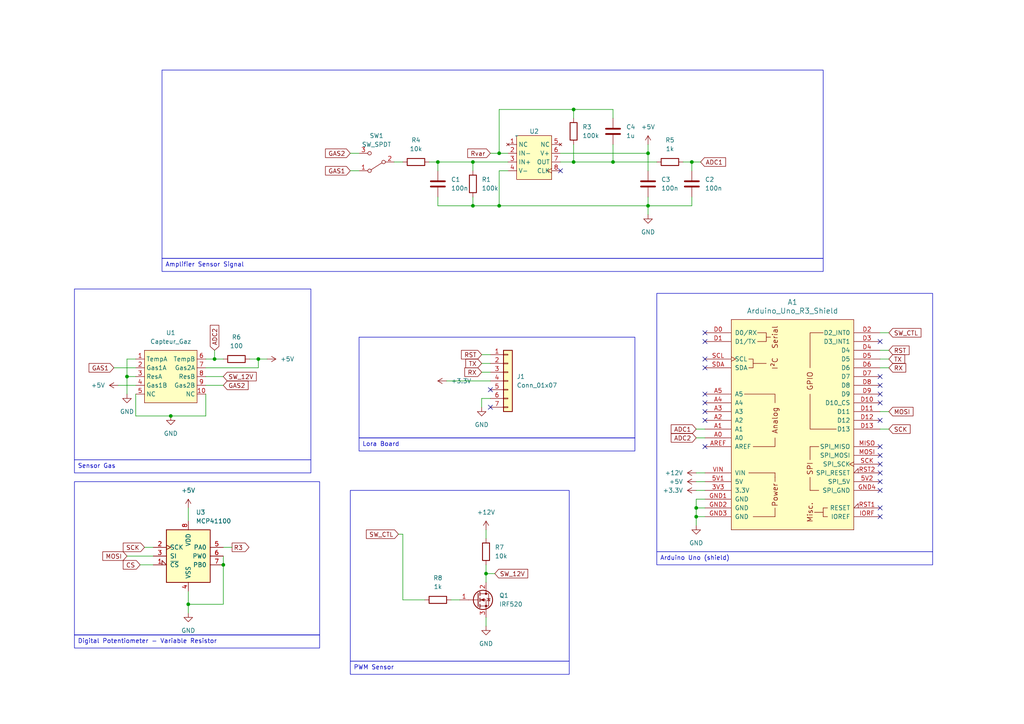
<source format=kicad_sch>
(kicad_sch (version 20230121) (generator eeschema)
  (paper "A4")
  (title_block (title "Gas Sensor Shield ") (date "15-01-2024") (rev "1.0") (company "INSA Toulouse") (comment 1 "GEII 5ISS"))
  (lib_symbols
    (symbol "+5V_2" (power) (pin_names (offset 0))
      (property "Value" "+5V_2" (at 0 3.556 0))
      (symbol "+5V_2_0_1"
        (polyline (pts (xy -0.762 1.27) (xy 0 2.54)))
        (polyline (pts (xy 0 0) (xy 0 2.54)))
        (polyline (pts (xy 0 2.54) (xy 0.762 1.27)))
      )
      (symbol "+5V_2_1_1"
        (pin power_in line (at 0 0 90) (length 0) hide (name "+5V") (number "1"))
      )
    )
    (symbol "Connector_Generic:Conn_01x07" (pin_names (offset 1.016) hide)
      (property "Reference" "J" (at 0 10.16 0))
      (property "Value" "Conn_01x07" (at 0 -10.16 0))
      (symbol "Conn_01x07_1_1"
        (rectangle (start -1.27 -7.493) (end 0 -7.747) (stroke (width 0.1524)))
        (rectangle (start -1.27 -4.953) (end 0 -5.207) (stroke (width 0.1524)))
        (rectangle (start -1.27 -2.413) (end 0 -2.667) (stroke (width 0.1524)))
        (rectangle (start -1.27 0.127) (end 0 -0.127) (stroke (width 0.1524)))
        (rectangle (start -1.27 2.667) (end 0 2.413) (stroke (width 0.1524)))
        (rectangle (start -1.27 5.207) (end 0 4.953) (stroke (width 0.1524)))
        (rectangle (start -1.27 7.747) (end 0 7.493) (stroke (width 0.1524)))
        (rectangle (start -1.27 8.89) (end 1.27 -8.89) (stroke (width 0.254)) (fill (type background)))
        (pin passive line (at -5.08 7.62 0) (length 3.81) (name "Pin_1") (number "1"))
        (pin passive line (at -5.08 5.08 0) (length 3.81) (name "Pin_2") (number "2"))
        (pin passive line (at -5.08 2.54 0) (length 3.81) (name "Pin_3") (number "3"))
        (pin passive line (at -5.08 0 0) (length 3.81) (name "Pin_4") (number "4"))
        (pin passive line (at -5.08 -2.54 0) (length 3.81) (name "Pin_5") (number "5"))
        (pin passive line (at -5.08 -5.08 0) (length 3.81) (name "Pin_6") (number "6"))
        (pin passive line (at -5.08 -7.62 0) (length 3.81) (name "Pin_7") (number "7"))
      )
    )
    (symbol "Device:C" (pin_numbers hide) (pin_names (offset 0.254))
      (property "Reference" "C" (at 0.635 2.54 0))
      (property "Value" "C" (at 0.635 -2.54 0))
      (symbol "C_0_1"
        (polyline (pts (xy -2.032 -0.762) (xy 2.032 -0.762)) (stroke (width 0.508)))
        (polyline (pts (xy -2.032 0.762) (xy 2.032 0.762)) (stroke (width 0.508)))
      )
      (symbol "C_1_1"
        (pin passive line (at 0 3.81 270) (length 2.794) (name "~") (number "1"))
        (pin passive line (at 0 -3.81 90) (length 2.794) (name "~") (number "2"))
      )
    )
    (symbol "Device:R" (pin_numbers hide) (pin_names (offset 0))
      (property "Reference" "R" (at 2.032 0 90))
      (property "Value" "R" (at 0 0 90))
      (symbol "R_0_1"
        (rectangle (start -1.016 -2.54) (end 1.016 2.54) (stroke (width 0.254)))
      )
      (symbol "R_1_1"
        (pin passive line (at 0 3.81 270) (length 1.27) (name "~") (number "1"))
        (pin passive line (at 0 -3.81 90) (length 1.27) (name "~") (number "2"))
      )
    )
    (symbol "GND_2" (power) (pin_names (offset 0))
      (property "Value" "GND_2" (at 0 -3.81 0))
      (symbol "GND_2_0_1"
        (polyline (pts (xy 0 0) (xy 0 -1.27) (xy 1.27 -1.27) (xy 0 -2.54) (xy -1.27 -1.27) (xy 0 -1.27)))
      )
      (symbol "GND_2_1_1"
        (pin power_in line (at 0 0 270) (length 0) hide (name "GND") (number "1"))
      )
    )
    (symbol "Gas:LTC1050"
      (property "Reference" "U" (at 5.08 1.27 0))
      (property "Footprint" "Package_DIP:DIP-8_W7.62mm" (at 5.08 -13.97 0))
      (symbol "LTC1050_1_1"
        (rectangle (start 0 0) (end 10.16 -12.7) (fill (type background)))
        (pin no_connect line (at -2.54 -2.54 0) (length 2.54) (name "NC") (number "1"))
        (pin input line (at -2.54 -5.08 0) (length 2.54) (name "IN-") (number "2"))
        (pin input line (at -2.54 -7.62 0) (length 2.54) (name "IN+") (number "3"))
        (pin power_in line (at -2.54 -10.16 0) (length 2.54) (name "V-") (number "4"))
        (pin no_connect line (at 12.7 -2.54 180) (length 2.54) (name "NC") (number "5"))
        (pin power_in line (at 12.7 -5.08 180) (length 2.54) (name "V+") (number "6"))
        (pin power_in line (at 12.7 -7.62 180) (length 2.54) (name "OUT") (number "7"))
        (pin input clock (at 12.7 -10.16 180) (length 2.54) (name "CLK") (number "8"))
      )
    )
    (symbol "Gas:gas_sensor"
      (property "Reference" "U" (at 7.62 1.27 0))
      (property "Footprint" "Package_TO_SOT_THT:TO-5-10" (at 7.62 -16.51 0))
      (symbol "gas_sensor_1_1"
        (rectangle (start 0 0) (end 15.24 -15.24) (fill (type background)))
        (pin output line (at -2.54 -2.54 0) (length 2.54) (name "TempA") (number "1"))
        (pin bidirectional line (at 17.78 -12.7 180) (length 2.54) (name "NC") (number "10"))
        (pin output line (at -2.54 -5.08 0) (length 2.54) (name "Gas1A") (number "2"))
        (pin input line (at -2.54 -7.62 0) (length 2.54) (name "ResA") (number "3"))
        (pin output line (at -2.54 -10.16 0) (length 2.54) (name "Gas1B") (number "4"))
        (pin bidirectional line (at -2.54 -12.7 0) (length 2.54) (name "NC") (number "5"))
        (pin output line (at 17.78 -2.54 180) (length 2.54) (name "TempB") (number "6"))
        (pin output line (at 17.78 -5.08 180) (length 2.54) (name "Gas2A") (number "7"))
        (pin input line (at 17.78 -7.62 180) (length 2.54) (name "ResB") (number "8"))
        (pin output line (at 17.78 -10.16 180) (length 2.54) (name "Gas2B") (number "9"))
      )
    )
    (symbol "PCM_arduino-library:Arduino_Uno_R3_Shield" (pin_names (offset 1.016))
      (property "Reference" "A" (at 0 36.83 0))
      (property "Value" "Arduino_Uno_R3_Shield" (at 0 33.02 0))
      (symbol "Arduino_Uno_R3_Shield_0_0"
        (rectangle (start -17.78 30.48) (end 17.78 -30.48) (fill (type background)))
        (rectangle (start -12.7 -13.97) (end -5.08 -13.97))
        (rectangle (start -11.43 -26.67) (end -5.08 -26.67))
        (polyline (pts (xy -11.43 17.78) (xy -7.62 17.78)))
        (polyline (pts (xy -7.62 25.4) (xy -6.35 25.4)))
        (polyline (pts (xy -5.08 -26.67) (xy -5.08 -24.13)))
        (polyline (pts (xy -5.08 -15.24) (xy -5.08 -16.51)))
        (polyline (pts (xy -5.08 -13.97) (xy -5.08 -15.24)))
        (polyline (pts (xy -5.08 -3.81) (xy -5.08 -6.35) (xy -11.43 -6.35)))
        (polyline (pts (xy -5.08 6.35) (xy -5.08 8.89) (xy -13.97 8.89)))
        (polyline (pts (xy 5.08 8.89) (xy 5.08 -1.27) (xy 12.7 -1.27)))
        (polyline (pts (xy 5.08 16.51) (xy 5.08 26.67) (xy 8.89 26.67)))
        (polyline (pts (xy -12.7 19.05) (xy -11.43 19.05) (xy -11.43 16.51) (xy -12.7 16.51)))
        (polyline (pts (xy -10.16 26.67) (xy -7.62 26.67) (xy -7.62 24.13) (xy -10.16 24.13)))
        (rectangle (start 5.08 -19.05) (end 5.08 -15.24))
        (rectangle (start 5.08 -19.05) (end 7.62 -19.05))
        (rectangle (start 5.08 -10.16) (end 5.08 -6.35))
        (rectangle (start 7.62 -6.35) (end 5.08 -6.35))
        (rectangle (start 8.89 -25.4) (end 6.35 -25.4))
        (rectangle (start 8.89 -24.13) (end 8.89 -26.67))
        (rectangle (start 10.16 -26.67) (end 8.89 -26.67))
        (rectangle (start 10.16 -24.13) (end 8.89 -24.13))
        (text "Analog" (at -5.08 1.27 900) (effects (font (size 1.524 1.524))))
        (text "I²C" (at -5.08 17.78 900) (effects (font (size 1.524 1.524))))
        (text "Misc." (at 5.08 -25.4 900) (effects (font (size 1.524 1.524))))
        (text "Power" (at -5.08 -20.32 900) (effects (font (size 1.524 1.524))))
        (text "Serial" (at -5.08 25.4 900) (effects (font (size 1.524 1.524))))
        (text "SPI" (at 5.08 -12.7 900) (effects (font (size 1.524 1.524))))
      )
      (symbol "Arduino_Uno_R3_Shield_1_0"
        (text "GPIO" (at 5.08 12.7 900) (effects (font (size 1.524 1.524))))
      )
      (symbol "Arduino_Uno_R3_Shield_1_1"
        (pin power_out line (at -25.4 -19.05 0) (length 7.62) (name "3.3V") (number "3V3"))
        (pin power_in line (at -25.4 -16.51 0) (length 7.62) (name "5V") (number "5V1"))
        (pin power_in line (at 25.4 -16.51 180) (length 7.62) (name "SPI_5V") (number "5V2"))
        (pin bidirectional line (at -25.4 -3.81 0) (length 7.62) (name "A0") (number "A0"))
        (pin bidirectional line (at -25.4 -1.27 0) (length 7.62) (name "A1") (number "A1"))
        (pin bidirectional line (at -25.4 1.27 0) (length 7.62) (name "A2") (number "A2"))
        (pin bidirectional line (at -25.4 3.81 0) (length 7.62) (name "A3") (number "A3"))
        (pin bidirectional line (at -25.4 6.35 0) (length 7.62) (name "A4") (number "A4"))
        (pin bidirectional line (at -25.4 8.89 0) (length 7.62) (name "A5") (number "A5"))
        (pin input line (at -25.4 -6.35 0) (length 7.62) (name "AREF") (number "AREF"))
        (pin bidirectional line (at -25.4 26.67 0) (length 7.62) (name "D0/RX") (number "D0"))
        (pin bidirectional line (at -25.4 24.13 0) (length 7.62) (name "D1/TX") (number "D1"))
        (pin bidirectional line (at 25.4 6.35 180) (length 7.62) (name "D10_CS") (number "D10"))
        (pin bidirectional line (at 25.4 3.81 180) (length 7.62) (name "D11") (number "D11"))
        (pin bidirectional line (at 25.4 1.27 180) (length 7.62) (name "D12") (number "D12"))
        (pin bidirectional line (at 25.4 -1.27 180) (length 7.62) (name "D13") (number "D13"))
        (pin bidirectional line (at 25.4 26.67 180) (length 7.62) (name "D2_INT0") (number "D2"))
        (pin bidirectional line (at 25.4 24.13 180) (length 7.62) (name "D3_INT1") (number "D3"))
        (pin bidirectional line (at 25.4 21.59 180) (length 7.62) (name "D4") (number "D4"))
        (pin bidirectional line (at 25.4 19.05 180) (length 7.62) (name "D5") (number "D5"))
        (pin bidirectional line (at 25.4 16.51 180) (length 7.62) (name "D6") (number "D6"))
        (pin bidirectional line (at 25.4 13.97 180) (length 7.62) (name "D7") (number "D7"))
        (pin bidirectional line (at 25.4 11.43 180) (length 7.62) (name "D8") (number "D8"))
        (pin bidirectional line (at 25.4 8.89 180) (length 7.62) (name "D9") (number "D9"))
        (pin power_in line (at -25.4 -21.59 0) (length 7.62) (name "GND") (number "GND1"))
        (pin power_in line (at -25.4 -24.13 0) (length 7.62) (name "GND") (number "GND2"))
        (pin power_in line (at -25.4 -26.67 0) (length 7.62) (name "GND") (number "GND3"))
        (pin power_in line (at 25.4 -19.05 180) (length 7.62) (name "SPI_GND") (number "GND4"))
        (pin output line (at 25.4 -26.67 180) (length 7.62) (name "IOREF") (number "IORF"))
        (pin input line (at 25.4 -6.35 180) (length 7.62) (name "SPI_MISO") (number "MISO"))
        (pin output line (at 25.4 -8.89 180) (length 7.62) (name "SPI_MOSI") (number "MOSI"))
        (pin open_collector input_low (at 25.4 -24.13 180) (length 7.62) (name "RESET") (number "RST1"))
        (pin open_collector input_low (at 25.4 -13.97 180) (length 7.62) (name "SPI_RESET") (number "RST2"))
        (pin output clock (at 25.4 -11.43 180) (length 7.62) (name "SPI_SCK") (number "SCK"))
        (pin bidirectional clock (at -25.4 19.05 0) (length 7.62) (name "SCL") (number "SCL"))
        (pin bidirectional line (at -25.4 16.51 0) (length 7.62) (name "SDA") (number "SDA"))
        (pin power_in line (at -25.4 -13.97 0) (length 7.62) (name "VIN") (number "VIN"))
      )
    )
    (symbol "Potentiometer_Digital:MCP41100" (pin_names (offset 1.016))
      (property "Reference" "U" (at -6.35 8.89 0))
      (property "Value" "MCP41100" (at 1.27 8.89 0))
      (symbol "MCP41100_0_1"
        (rectangle (start -6.35 7.62) (end 6.35 -7.62) (stroke (width 0.254)) (fill (type background)))
      )
      (symbol "MCP41100_1_1"
        (pin input input_low (at -10.16 -2.54 0) (length 3.81) (name "~{CS}") (number "1"))
        (pin passive clock (at -10.16 2.54 0) (length 3.81) (name "SCK") (number "2"))
        (pin input line (at -10.16 0 0) (length 3.81) (name "SI") (number "3"))
        (pin power_in line (at 0 -10.16 90) (length 2.54) (name "VSS") (number "4"))
        (pin passive line (at 10.16 2.54 180) (length 3.81) (name "PA0") (number "5"))
        (pin passive line (at 10.16 0 180) (length 3.81) (name "PW0") (number "6"))
        (pin passive line (at 10.16 -2.54 180) (length 3.81) (name "PB0") (number "7"))
        (pin power_in line (at 0 10.16 270) (length 2.54) (name "VDD") (number "8"))
      )
    )
    (symbol "Switch:SW_SPDT" (pin_names (offset 0) hide)
      (property "Reference" "SW" (at 0 4.318 0))
      (property "Value" "SW_SPDT" (at 0 -5.08 0))
      (symbol "SW_SPDT_0_0"
        (circle (center -2.032 0) (radius 0.508))
        (circle (center 2.032 -2.54) (radius 0.508))
      )
      (symbol "SW_SPDT_0_1"
        (polyline (pts (xy -1.524 0.254) (xy 1.651 2.286)))
        (circle (center 2.032 2.54) (radius 0.508))
      )
      (symbol "SW_SPDT_1_1"
        (pin passive line (at 5.08 2.54 180) (length 2.54) (name "A") (number "1"))
        (pin passive line (at -5.08 0 0) (length 2.54) (name "B") (number "2"))
        (pin passive line (at 5.08 -2.54 180) (length 2.54) (name "C") (number "3"))
      )
    )
    (symbol "Transistor_FET:IRF540N" (pin_names hide)
      (property "Reference" "Q" (at 6.35 1.905 0))
      (property "Value" "IRF540N" (at 6.35 0 0))
      (symbol "IRF540N_0_1"
        (polyline (pts (xy 0.254 0) (xy -2.54 0)))
        (polyline (pts (xy 0.254 1.905) (xy 0.254 -1.905)) (stroke (width 0.254)))
        (polyline (pts (xy 0.762 -1.27) (xy 0.762 -2.286)) (stroke (width 0.254)))
        (polyline (pts (xy 0.762 0.508) (xy 0.762 -0.508)) (stroke (width 0.254)))
        (polyline (pts (xy 0.762 2.286) (xy 0.762 1.27)) (stroke (width 0.254)))
        (polyline (pts (xy 2.54 2.54) (xy 2.54 1.778)))
        (polyline (pts (xy 2.54 -2.54) (xy 2.54 0) (xy 0.762 0)))
        (polyline (pts (xy 0.762 -1.778) (xy 3.302 -1.778) (xy 3.302 1.778) (xy 0.762 1.778)))
        (polyline (pts (xy 1.016 0) (xy 2.032 0.381) (xy 2.032 -0.381) (xy 1.016 0)) (fill (type outline)))
        (polyline (pts (xy 2.794 0.508) (xy 2.921 0.381) (xy 3.683 0.381) (xy 3.81 0.254)))
        (polyline (pts (xy 3.302 0.381) (xy 2.921 -0.254) (xy 3.683 -0.254) (xy 3.302 0.381)))
        (circle (center 1.651 0) (radius 2.794) (stroke (width 0.254)))
        (circle (center 2.54 -1.778) (radius 0.254) (fill (type outline)))
        (circle (center 2.54 1.778) (radius 0.254) (fill (type outline)))
      )
      (symbol "IRF540N_1_1"
        (pin input line (at -5.08 0 0) (length 2.54) (name "G") (number "1"))
        (pin passive line (at 2.54 5.08 270) (length 2.54) (name "D") (number "2"))
        (pin passive line (at 2.54 -5.08 90) (length 2.54) (name "S") (number "3"))
      )
    )
    (symbol "power:+12V" (power) (pin_names (offset 0))
      (property "Value" "+12V" (at 0 3.556 0))
      (symbol "+12V_0_1"
        (polyline (pts (xy -0.762 1.27) (xy 0 2.54)))
        (polyline (pts (xy 0 0) (xy 0 2.54)))
        (polyline (pts (xy 0 2.54) (xy 0.762 1.27)))
      )
      (symbol "+12V_1_1"
        (pin power_in line (at 0 0 90) (length 0) hide (name "+12V") (number "1"))
      )
    )
    (symbol "power:+3.3V" (power) (pin_names (offset 0))
      (property "Value" "+3.3V" (at 0 3.556 0))
      (symbol "+3.3V_0_1"
        (polyline (pts (xy -0.762 1.27) (xy 0 2.54)))
        (polyline (pts (xy 0 0) (xy 0 2.54)))
        (polyline (pts (xy 0 2.54) (xy 0.762 1.27)))
      )
      (symbol "+3.3V_1_1"
        (pin power_in line (at 0 0 90) (length 0) hide (name "+3.3V") (number "1"))
      )
    )
    (symbol "power:+5V" (power) (pin_names (offset 0))
      (property "Value" "+5V" (at 0 3.556 0))
      (symbol "+5V_0_1"
        (polyline (pts (xy -0.762 1.27) (xy 0 2.54)))
        (polyline (pts (xy 0 0) (xy 0 2.54)))
        (polyline (pts (xy 0 2.54) (xy 0.762 1.27)))
      )
      (symbol "+5V_1_1"
        (pin power_in line (at 0 0 90) (length 0) hide (name "+5V") (number "1"))
      )
    )
    (symbol "power:GND" (power) (pin_names (offset 0))
      (property "Value" "GND" (at 0 -3.81 0))
      (symbol "GND_0_1"
        (polyline (pts (xy 0 0) (xy 0 -1.27) (xy 1.27 -1.27) (xy 0 -2.54) (xy -1.27 -1.27) (xy 0 -1.27)))
      )
      (symbol "GND_1_1"
        (pin power_in line (at 0 0 270) (length 0) hide (name "GND") (number "1"))
      )
    )
  )
  (junction (at 74.93 104.14))
  (junction (at 49.53 120.65))
  (junction (at 166.37 46.99))
  (junction (at 36.83 109.22))
  (junction (at 177.8 46.99))
  (junction (at 201.93 149.86))
  (junction (at 127 46.99))
  (junction (at 62.23 104.14))
  (junction (at 64.77 163.83))
  (junction (at 187.96 44.45))
  (junction (at 137.16 46.99))
  (junction (at 140.97 166.37))
  (junction (at 166.37 31.75))
  (junction (at 54.61 175.26))
  (junction (at 200.66 46.99))
  (junction (at 137.16 59.69))
  (junction (at 144.78 59.69))
  (junction (at 187.96 59.69))
  (junction (at 144.78 44.45))
  (junction (at 201.93 147.32))
  (no_connect (at 255.27 129.54))
  (no_connect (at 255.27 149.86))
  (no_connect (at 255.27 132.08))
  (no_connect (at 204.47 106.68))
  (no_connect (at 204.47 96.52))
  (no_connect (at 255.27 111.76))
  (no_connect (at 204.47 129.54))
  (no_connect (at 255.27 137.16))
  (no_connect (at 255.27 134.62))
  (no_connect (at 142.24 113.03))
  (no_connect (at 142.24 118.11))
  (no_connect (at 255.27 147.32))
  (no_connect (at 204.47 121.92))
  (no_connect (at 204.47 114.3))
  (no_connect (at 162.56 49.53))
  (no_connect (at 255.27 114.3))
  (no_connect (at 255.27 121.92))
  (no_connect (at 255.27 142.24))
  (no_connect (at 255.27 109.22))
  (no_connect (at 204.47 116.84))
  (no_connect (at 255.27 99.06))
  (no_connect (at 204.47 104.14))
  (no_connect (at 204.47 99.06))
  (no_connect (at 255.27 116.84))
  (no_connect (at 204.47 119.38))
  (no_connect (at 255.27 139.7))
  (wire (pts (xy 72.39 104.14) (xy 74.93 104.14)))
  (wire (pts (xy 255.27 119.38) (xy 257.81 119.38)))
  (wire (pts (xy 54.61 175.26) (xy 64.77 175.26)))
  (wire (pts (xy 64.77 158.75) (xy 67.31 158.75)))
  (wire (pts (xy 198.12 46.99) (xy 200.66 46.99)))
  (wire (pts (xy 64.77 163.83) (xy 64.77 161.29)))
  (wire (pts (xy 127 49.53) (xy 127 46.99)))
  (wire (pts (xy 140.97 166.37) (xy 140.97 168.91)))
  (wire (pts (xy 201.93 149.86) (xy 204.47 149.86)))
  (wire (pts (xy 144.78 49.53) (xy 144.78 59.69)))
  (wire (pts (xy 127 57.15) (xy 127 59.69)))
  (wire (pts (xy 129.54 110.49) (xy 142.24 110.49)))
  (wire (pts (xy 140.97 163.83) (xy 140.97 166.37)))
  (wire (pts (xy 187.96 41.91) (xy 187.96 44.45)))
  (wire (pts (xy 139.7 115.57) (xy 139.7 118.11)))
  (wire (pts (xy 187.96 57.15) (xy 187.96 59.69)))
  (wire (pts (xy 36.83 104.14) (xy 39.37 104.14)))
  (wire (pts (xy 201.93 149.86) (xy 201.93 152.4)))
  (wire (pts (xy 114.3 46.99) (xy 116.84 46.99)))
  (wire (pts (xy 144.78 44.45) (xy 147.32 44.45)))
  (wire (pts (xy 41.91 158.75) (xy 44.45 158.75)))
  (wire (pts (xy 127 59.69) (xy 137.16 59.69)))
  (wire (pts (xy 49.53 120.65) (xy 59.69 120.65)))
  (wire (pts (xy 201.93 142.24) (xy 204.47 142.24)))
  (wire (pts (xy 62.23 101.6) (xy 62.23 104.14)))
  (wire (pts (xy 166.37 46.99) (xy 177.8 46.99)))
  (wire (pts (xy 187.96 59.69) (xy 200.66 59.69)))
  (wire (pts (xy 166.37 41.91) (xy 166.37 46.99)))
  (wire (pts (xy 101.6 49.53) (xy 104.14 49.53)))
  (wire (pts (xy 255.27 101.6) (xy 257.81 101.6)))
  (wire (pts (xy 59.69 111.76) (xy 64.77 111.76)))
  (wire (pts (xy 177.8 46.99) (xy 190.5 46.99)))
  (wire (pts (xy 255.27 106.68) (xy 257.81 106.68)))
  (wire (pts (xy 200.66 46.99) (xy 200.66 49.53)))
  (wire (pts (xy 187.96 44.45) (xy 187.96 49.53)))
  (wire (pts (xy 127 46.99) (xy 137.16 46.99)))
  (wire (pts (xy 36.83 114.3) (xy 36.83 109.22)))
  (wire (pts (xy 255.27 96.52) (xy 257.81 96.52)))
  (wire (pts (xy 62.23 104.14) (xy 64.77 104.14)))
  (wire (pts (xy 137.16 59.69) (xy 144.78 59.69)))
  (wire (pts (xy 204.47 144.78) (xy 201.93 144.78)))
  (wire (pts (xy 34.29 111.76) (xy 39.37 111.76)))
  (wire (pts (xy 200.66 59.69) (xy 200.66 57.15)))
  (wire (pts (xy 200.66 46.99) (xy 203.2 46.99)))
  (wire (pts (xy 139.7 107.95) (xy 142.24 107.95)))
  (wire (pts (xy 54.61 177.8) (xy 54.61 175.26)))
  (wire (pts (xy 39.37 114.3) (xy 39.37 120.65)))
  (wire (pts (xy 137.16 57.15) (xy 137.16 59.69)))
  (wire (pts (xy 39.37 120.65) (xy 49.53 120.65)))
  (wire (pts (xy 162.56 44.45) (xy 187.96 44.45)))
  (wire (pts (xy 187.96 59.69) (xy 144.78 59.69)))
  (wire (pts (xy 40.64 163.83) (xy 44.45 163.83)))
  (wire (pts (xy 59.69 109.22) (xy 64.77 109.22)))
  (wire (pts (xy 116.84 173.99) (xy 123.19 173.99)))
  (wire (pts (xy 162.56 46.99) (xy 166.37 46.99)))
  (wire (pts (xy 64.77 175.26) (xy 64.77 163.83)))
  (wire (pts (xy 177.8 31.75) (xy 177.8 34.29)))
  (wire (pts (xy 36.83 109.22) (xy 39.37 109.22)))
  (wire (pts (xy 59.69 106.68) (xy 74.93 106.68)))
  (wire (pts (xy 187.96 59.69) (xy 187.96 62.23)))
  (wire (pts (xy 59.69 104.14) (xy 62.23 104.14)))
  (wire (pts (xy 33.02 106.68) (xy 39.37 106.68)))
  (wire (pts (xy 140.97 166.37) (xy 143.51 166.37)))
  (wire (pts (xy 177.8 41.91) (xy 177.8 46.99)))
  (wire (pts (xy 147.32 49.53) (xy 144.78 49.53)))
  (wire (pts (xy 124.46 46.99) (xy 127 46.99)))
  (wire (pts (xy 54.61 171.45) (xy 54.61 175.26)))
  (wire (pts (xy 140.97 153.67) (xy 140.97 156.21)))
  (wire (pts (xy 166.37 31.75) (xy 177.8 31.75)))
  (wire (pts (xy 140.97 179.07) (xy 140.97 181.61)))
  (wire (pts (xy 116.84 173.99) (xy 116.84 154.94)))
  (wire (pts (xy 137.16 46.99) (xy 137.16 49.53)))
  (wire (pts (xy 166.37 34.29) (xy 166.37 31.75)))
  (wire (pts (xy 255.27 124.46) (xy 257.81 124.46)))
  (wire (pts (xy 139.7 102.87) (xy 142.24 102.87)))
  (wire (pts (xy 255.27 104.14) (xy 257.81 104.14)))
  (wire (pts (xy 116.84 154.94) (xy 115.57 154.94)))
  (wire (pts (xy 130.81 173.99) (xy 133.35 173.99)))
  (wire (pts (xy 36.83 109.22) (xy 36.83 104.14)))
  (wire (pts (xy 201.93 127) (xy 204.47 127)))
  (wire (pts (xy 74.93 104.14) (xy 74.93 106.68)))
  (wire (pts (xy 36.83 161.29) (xy 44.45 161.29)))
  (wire (pts (xy 59.69 114.3) (xy 59.69 120.65)))
  (wire (pts (xy 201.93 147.32) (xy 204.47 147.32)))
  (wire (pts (xy 142.24 44.45) (xy 144.78 44.45)))
  (wire (pts (xy 201.93 124.46) (xy 204.47 124.46)))
  (wire (pts (xy 201.93 137.16) (xy 204.47 137.16)))
  (wire (pts (xy 144.78 31.75) (xy 144.78 44.45)))
  (wire (pts (xy 201.93 139.7) (xy 204.47 139.7)))
  (wire (pts (xy 147.32 46.99) (xy 137.16 46.99)))
  (wire (pts (xy 74.93 104.14) (xy 77.47 104.14)))
  (wire (pts (xy 101.6 44.45) (xy 104.14 44.45)))
  (wire (pts (xy 201.93 147.32) (xy 201.93 149.86)))
  (wire (pts (xy 54.61 147.32) (xy 54.61 151.13)))
  (wire (pts (xy 144.78 31.75) (xy 166.37 31.75)))
  (wire (pts (xy 201.93 144.78) (xy 201.93 147.32)))
  (wire (pts (xy 142.24 115.57) (xy 139.7 115.57)))
  (wire (pts (xy 139.7 105.41) (xy 142.24 105.41)))
  (rectangle (start 104.14 97.79) (end 184.15 127))
  (rectangle (start 190.5 85.09) (end 270.51 160.02))
  (rectangle (start 21.59 83.82) (end 90.17 133.35))
  (rectangle (start 101.6 142.24) (end 165.1 191.77))
  (rectangle (start 46.99 20.32) (end 238.76 74.93))
  (rectangle (start 21.59 139.7) (end 92.71 184.15))
  (text_box "Sensor Gas\n" (at 21.59 133.35 0) (size 68.58 3.81) (effects (font (size 1.27 1.27)) (justify left top)))
  (text_box "Lora Board" (at 104.14 127 0) (size 80.01 3.81) (effects (font (size 1.27 1.27)) (justify left top)))
  (text_box "Arduino Uno (shield)" (at 190.5 160.02 0) (size 80.01 3.81) (effects (font (size 1.27 1.27)) (justify left top)))
  (text_box "Amplifier Sensor Signal " (at 46.99 74.93 0) (size 191.77 3.81) (effects (font (size 1.27 1.27)) (justify left top)))
  (text_box "Digital Potentiometer - Variable Resistor" (at 21.59 184.15 0) (size 71.12 3.81) (effects (font (size 1.27 1.27)) (justify left top)))
  (text_box "PWM Sensor\n" (at 101.6 191.77 0) (size 63.5 3.81) (effects (font (size 1.27 1.27)) (justify left top)))
  (global_label "SW_12V" (shape input) (at 143.51 166.37 0) (property "Intersheetrefs" "${INTERSHEET_REFS}" (effects hide)))
  (global_label "RX" (shape input) (at 139.7 107.95 180) (property "Intersheetrefs" "${INTERSHEET_REFS}" (effects hide)))
  (global_label "ADC2" (shape input) (at 62.23 101.6 90) (property "Intersheetrefs" "${INTERSHEET_REFS}" (effects hide)))
  (global_label "RST" (shape input) (at 139.7 102.87 180) (property "Intersheetrefs" "${INTERSHEET_REFS}" (effects hide)))
  (global_label "ADC2" (shape input) (at 201.93 127 180) (property "Intersheetrefs" "${INTERSHEET_REFS}" (effects hide)))
  (global_label "RX" (shape input) (at 257.81 106.68 0) (property "Intersheetrefs" "${INTERSHEET_REFS}" (effects hide)))
  (global_label "GAS1" (shape input) (at 33.02 106.68 180) (property "Intersheetrefs" "${INTERSHEET_REFS}" (effects hide)))
  (global_label "CS" (shape input) (at 40.64 163.83 180) (property "Intersheetrefs" "${INTERSHEET_REFS}" (effects hide)))
  (global_label "RST" (shape input) (at 257.81 101.6 0) (property "Intersheetrefs" "${INTERSHEET_REFS}" (effects hide)))
  (global_label "SCK" (shape input) (at 41.91 158.75 180) (property "Intersheetrefs" "${INTERSHEET_REFS}" (effects hide)))
  (global_label "SW_12V" (shape input) (at 64.77 109.22 0) (property "Intersheetrefs" "${INTERSHEET_REFS}" (effects hide)))
  (global_label "MOSI" (shape input) (at 257.81 119.38 0) (property "Intersheetrefs" "${INTERSHEET_REFS}" (effects hide)))
  (global_label "GAS1" (shape input) (at 101.6 49.53 180) (property "Intersheetrefs" "${INTERSHEET_REFS}" (effects hide)))
  (global_label "TX" (shape input) (at 257.81 104.14 0) (property "Intersheetrefs" "${INTERSHEET_REFS}" (effects hide)))
  (global_label "ADC1" (shape input) (at 203.2 46.99 0) (property "Intersheetrefs" "${INTERSHEET_REFS}" (effects hide)))
  (global_label "R3" (shape output) (at 67.31 158.75 0) (property "Intersheetrefs" "${INTERSHEET_REFS}" (effects hide)))
  (global_label "SW_CTL" (shape input) (at 257.81 96.52 0) (property "Intersheetrefs" "${INTERSHEET_REFS}" (effects hide)))
  (global_label "ADC1" (shape input) (at 201.93 124.46 180) (property "Intersheetrefs" "${INTERSHEET_REFS}" (effects hide)))
  (global_label "SW_CTL" (shape input) (at 115.57 154.94 180) (property "Intersheetrefs" "${INTERSHEET_REFS}" (effects hide)))
  (global_label "MOSI" (shape input) (at 36.83 161.29 180) (property "Intersheetrefs" "${INTERSHEET_REFS}" (effects hide)))
  (global_label "GAS2" (shape input) (at 64.77 111.76 0) (property "Intersheetrefs" "${INTERSHEET_REFS}" (effects hide)))
  (global_label "SCK" (shape input) (at 257.81 124.46 0) (property "Intersheetrefs" "${INTERSHEET_REFS}" (effects hide)))
  (global_label "TX" (shape input) (at 139.7 105.41 180) (property "Intersheetrefs" "${INTERSHEET_REFS}" (effects hide)))
  (global_label "Rvar" (shape input) (at 142.24 44.45 180) (property "Intersheetrefs" "${INTERSHEET_REFS}" (effects hide)))
  (global_label "GAS2" (shape input) (at 101.6 44.45 180) (property "Intersheetrefs" "${INTERSHEET_REFS}" (effects hide)))
  (symbol (lib_id "Device:R") (at 120.65 46.99 90) (unit 1)
    (property "Reference" "R4" (at 120.65 40.64 90))
    (property "Value" "10k" (at 120.65 43.18 90))
    (property "Footprint" "Resistor_THT:R_Axial_DIN0207_L6.3mm_D2.5mm_P10.16mm_Horizontal" (effects hide))
  )
  (symbol (lib_id "Device:R") (at 127 173.99 90) (unit 1)
    (property "Reference" "R8" (at 127 167.64 90))
    (property "Value" "1k" (at 127 170.18 90))
    (property "Footprint" "Resistor_THT:R_Axial_DIN0207_L6.3mm_D2.5mm_P10.16mm_Horizontal" (effects hide))
  )
  (symbol (lib_id "Device:R") (at 166.37 38.1 0) (unit 1)
    (property "Reference" "R3" (at 168.91 36.83 0) (effects (justify left)))
    (property "Value" "100k" (at 168.91 39.37 0) (effects (justify left)))
    (property "Footprint" "Resistor_THT:R_Axial_DIN0207_L6.3mm_D2.5mm_P10.16mm_Horizontal" (effects hide))
  )
  (symbol (lib_id "power:+5V") (at 187.96 41.91 0) (unit 1)
    (property "Reference" "#PWR02" (effects hide))
    (property "Value" "+5V" (at 187.96 36.83 0))
  )
  (symbol (lib_id "power:+3.3V") (at 129.54 110.49 90) (unit 1)
    (property "Reference" "#PWR04" (effects hide))
    (property "Value" "+3.3V" (at 130.81 110.49 90) (effects (justify right)))
  )
  (symbol (lib_id "Potentiometer_Digital:MCP41100") (at 54.61 161.29 0) (unit 1)
    (property "Reference" "U3" (at 56.8041 148.59 0) (effects (justify left)))
    (property "Value" "MCP41100" (at 56.8041 151.13 0) (effects (justify left)))
    (property "Footprint" "Package_DIP:DIP-8_W7.62mm" (effects hide))
    (property "Datasheet" "http://ww1.microchip.com/downloads/en/DeviceDoc/11195c.pdf" (effects hide))
  )
  (symbol (lib_name "GND_2") (lib_id "power:GND") (at 54.61 177.8 0) (unit 1)
    (property "Reference" "#PWR016" (effects hide))
    (property "Value" "GND" (at 54.61 182.88 0))
  )
  (symbol (lib_id "Gas:LTC1050") (at 149.86 39.37 0) (unit 1)
    (property "Reference" "U2" (at 154.94 38.1 0))
    (property "Value" "~" (at 149.86 39.37 0))
    (property "Footprint" "Package_DIP:DIP-8_W7.62mm" (effects hide))
  )
  (symbol (lib_id "Device:R") (at 140.97 160.02 0) (unit 1)
    (property "Reference" "R7" (at 143.51 158.75 0) (effects (justify left)))
    (property "Value" "10k" (at 143.51 161.29 0) (effects (justify left)))
    (property "Footprint" "Resistor_THT:R_Axial_DIN0207_L6.3mm_D2.5mm_P10.16mm_Horizontal" (effects hide))
  )
  (symbol (lib_id "power:GND") (at 139.7 118.11 0) (unit 1)
    (property "Reference" "#PWR01" (effects hide))
    (property "Value" "GND" (at 139.7 123.19 0))
  )
  (symbol (lib_id "power:+12V") (at 140.97 153.67 0) (unit 1)
    (property "Reference" "#PWR015" (effects hide))
    (property "Value" "+12V" (at 140.97 148.59 0))
  )
  (symbol (lib_id "power:GND") (at 201.93 152.4 0) (unit 1)
    (property "Reference" "#PWR011" (effects hide))
    (property "Value" "GND" (at 201.93 157.48 0))
  )
  (symbol (lib_id "power:+3.3V") (at 201.93 142.24 90) (unit 1)
    (property "Reference" "#PWR05" (effects hide))
    (property "Value" "+3.3V" (at 198.12 142.24 90) (effects (justify left)))
  )
  (symbol (lib_id "Device:R") (at 68.58 104.14 90) (unit 1)
    (property "Reference" "R6" (at 68.58 97.79 90))
    (property "Value" "100" (at 68.58 100.33 90))
    (property "Footprint" "Resistor_THT:R_Axial_DIN0207_L6.3mm_D2.5mm_P10.16mm_Horizontal" (effects hide))
  )
  (symbol (lib_id "Device:C") (at 200.66 53.34 0) (unit 1)
    (property "Reference" "C2" (at 204.47 52.07 0) (effects (justify left)))
    (property "Value" "100n" (at 204.47 54.61 0) (effects (justify left)))
    (property "Footprint" "Capacitor_THT:C_Disc_D7.0mm_W2.5mm_P5.00mm" (effects hide))
  )
  (symbol (lib_id "power:GND") (at 36.83 114.3 0) (unit 1)
    (property "Reference" "#PWR013" (effects hide))
    (property "Value" "GND" (at 36.83 119.38 0))
  )
  (symbol (lib_id "power:+5V") (at 201.93 139.7 90) (unit 1)
    (property "Reference" "#PWR06" (effects hide))
    (property "Value" "+5V" (at 198.12 139.7 90) (effects (justify left)))
  )
  (symbol (lib_name "+5V_2") (lib_id "power:+5V") (at 54.61 147.32 0) (unit 1)
    (property "Reference" "#PWR08" (effects hide))
    (property "Value" "+5V" (at 54.61 142.24 0))
  )
  (symbol (lib_id "power:+12V") (at 201.93 137.16 90) (unit 1)
    (property "Reference" "#PWR07" (effects hide))
    (property "Value" "+12V" (at 198.12 137.16 90) (effects (justify left)))
  )
  (symbol (lib_id "Device:C") (at 177.8 38.1 0) (unit 1)
    (property "Reference" "C4" (at 181.61 36.83 0) (effects (justify left)))
    (property "Value" "1u" (at 181.61 39.37 0) (effects (justify left)))
    (property "Footprint" "Capacitor_THT:C_Disc_D7.0mm_W2.5mm_P5.00mm" (effects hide))
  )
  (symbol (lib_id "power:GND") (at 140.97 181.61 0) (unit 1)
    (property "Reference" "#PWR09" (effects hide))
    (property "Value" "GND" (at 140.97 186.69 0))
  )
  (symbol (lib_id "Device:C") (at 127 53.34 0) (unit 1)
    (property "Reference" "C1" (at 130.81 52.07 0) (effects (justify left)))
    (property "Value" "100n" (at 130.81 54.61 0) (effects (justify left)))
    (property "Footprint" "Capacitor_THT:C_Disc_D7.0mm_W2.5mm_P5.00mm" (effects hide))
  )
  (symbol (lib_id "Device:R") (at 194.31 46.99 90) (unit 1)
    (property "Reference" "R5" (at 194.31 40.64 90))
    (property "Value" "1k" (at 194.31 43.18 90))
    (property "Footprint" "Resistor_THT:R_Axial_DIN0207_L6.3mm_D2.5mm_P10.16mm_Horizontal" (effects hide))
  )
  (symbol (lib_id "power:GND") (at 187.96 62.23 0) (unit 1)
    (property "Reference" "#PWR03" (effects hide))
    (property "Value" "GND" (at 187.96 67.31 0))
  )
  (symbol (lib_id "Transistor_FET:IRF540N") (at 138.43 173.99 0) (unit 1)
    (property "Reference" "Q1" (at 144.78 172.72 0) (effects (justify left)))
    (property "Value" "IRF520" (at 144.78 175.26 0) (effects (justify left)))
    (property "Footprint" "Package_TO_SOT_THT:TO-220-3_Vertical" (effects hide))
    (property "Datasheet" "http://www.irf.com/product-info/datasheets/data/irf540n.pdf" (effects hide))
  )
  (symbol (lib_id "Device:R") (at 137.16 53.34 0) (unit 1)
    (property "Reference" "R1" (at 139.7 52.07 0) (effects (justify left)))
    (property "Value" "100k" (at 139.7 54.61 0) (effects (justify left)))
    (property "Footprint" "Resistor_THT:R_Axial_DIN0207_L6.3mm_D2.5mm_P10.16mm_Horizontal" (effects hide))
  )
  (symbol (lib_id "Gas:gas_sensor") (at 41.91 101.6 0) (unit 1)
    (property "Reference" "U1" (at 49.53 96.52 0))
    (property "Value" "Capteur_Gaz" (at 49.53 99.06 0))
    (property "Footprint" "Package_TO_SOT_THT:TO-5-10" (effects hide))
  )
  (symbol (lib_id "power:+5V") (at 77.47 104.14 270) (unit 1)
    (property "Reference" "#PWR012" (effects hide))
    (property "Value" "+5V" (at 81.28 104.14 90) (effects (justify left)))
  )
  (symbol (lib_id "Device:C") (at 187.96 53.34 0) (unit 1)
    (property "Reference" "C3" (at 191.77 52.07 0) (effects (justify left)))
    (property "Value" "100n" (at 191.77 54.61 0) (effects (justify left)))
    (property "Footprint" "Capacitor_THT:C_Disc_D7.0mm_W2.5mm_P5.00mm" (effects hide))
  )
  (symbol (lib_id "power:+5V") (at 34.29 111.76 90) (unit 1)
    (property "Reference" "#PWR010" (effects hide))
    (property "Value" "+5V" (at 30.48 111.76 90) (effects (justify left)))
  )
  (symbol (lib_id "Connector_Generic:Conn_01x07") (at 147.32 110.49 0) (unit 1)
    (property "Reference" "J1" (at 149.86 109.22 0) (effects (justify left)))
    (property "Value" "Conn_01x07" (at 149.86 111.76 0) (effects (justify left)))
    (property "Footprint" "Connector_PinHeader_2.54mm:PinHeader_1x07_P2.54mm_Vertical" (effects hide))
  )
  (symbol (lib_id "PCM_arduino-library:Arduino_Uno_R3_Shield") (at 229.87 123.19 0) (unit 1)
    (property "Reference" "A1" (at 229.87 87.63 0) (effects (font (size 1.524 1.524))))
    (property "Value" "Arduino_Uno_R3_Shield" (at 229.87 90.17 0) (effects (font (size 1.524 1.524))))
    (property "Footprint" "PCM_arduino-library:Arduino_Uno_R3_Shield" (effects hide))
    (property "Datasheet" "https://docs.arduino.cc/hardware/uno-rev3" (effects hide))
  )
  (symbol (lib_id "Switch:SW_SPDT") (at 109.22 46.99 180) (unit 1)
    (property "Reference" "SW1" (at 109.22 39.37 0))
    (property "Value" "SW_SPDT" (at 109.22 41.91 0))
    (property "Footprint" "Gas:SLW12768644AD" (effects hide))
  )
  (symbol (lib_id "power:GND") (at 49.53 120.65 0) (unit 1)
    (property "Reference" "#PWR014" (effects hide))
    (property "Value" "GND" (at 49.53 125.73 0))
  )
)
</source>
